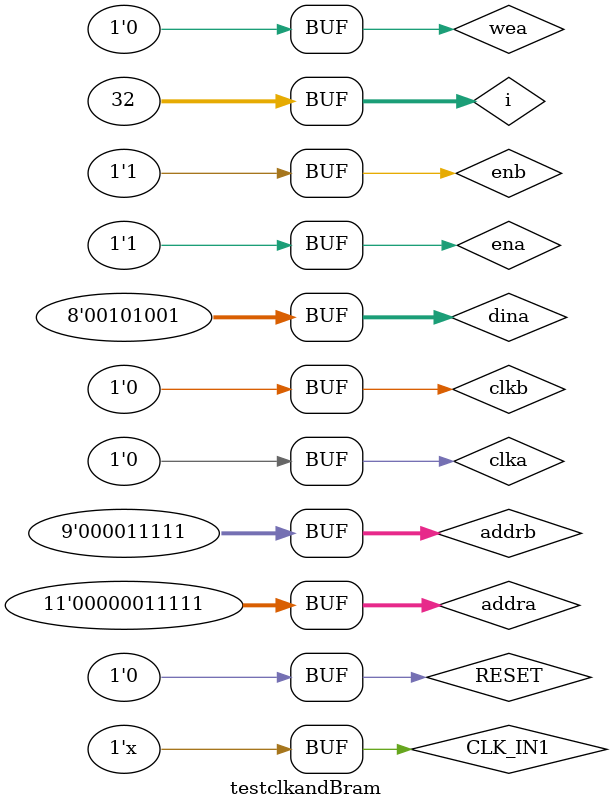
<source format=v>
`timescale 1ns / 1ps


module testclkandBram;// Inputs
	reg clka;
	reg ena;
	reg [0:0] wea;
	reg [10:0] addra;
	reg [7:0] dina;
	reg clkb;
	reg enb;
	reg [8:0] addrb;
	reg CLK_IN1;
	reg RESET;

	// Outputs
	wire CLK_OUT1,S_CLK;
	wire CLK_OUT2;
	wire CLK_OUT3;
	wire LOCKED;
	// Outputs
	wire [31:0] doutb;
   integer i;
	
	// Instantiate the Unit Under Test (UUT)
	
   CMT Clock (
		.CLK_IN1(CLK_IN1), 
		.CLK_OUT1(CLK_OUT1), 
		.CLK_OUT2(CLK_OUT2), 
		.CLK_OUT3(CLK_OUT3), 
		.RESET(RESET), 
		.LOCKED(LOCKED)
	);
	Mux2x1 multiplexor (
    .clkout1(CLK_IN1), 
    .clkout2(CLK_OUT2), 
    .clkout3(CLK_OUT3), 
    .S_CLK(S_CLK)
    );
	 BRAM MM (
		.clka(CLK_OUT1), 
		.ena(ena), 
		.wea(wea), 
		.addra(addra), 
		.dina(dina), 
		.clkb(S_CLK), 
		.enb(enb), 
		.addrb(addrb), 
		.doutb(doutb)
	);


  
	always #5 CLK_IN1 = ~CLK_IN1 ;
	initial begin
		// Initialize Inputs
		// Initialize Inputs
		CLK_IN1 = 0;
		RESET = 0;
		clka = 0;
		ena = 0;
		wea = 0;
		addra = 0;
		dina = 0;
		clkb = 0;
		enb = 0;
		addrb = 0;
      
		// Wait 100 ns for global reset to finish
	//	#320;
    wea=1;ena=1;
       for(i=0; i<32 ; i=i+1)
		begin
		
			addra = i;
			dina = i + 10 ;
			#10;
		end
enb=1;wea=0;
		// Add stimulus here
		 for(i=0; i<32 ; i=i+1)
		begin
		
			addrb = i;
			//dinb=mem[addr];
			#10;
		end


	end
      
endmodule


</source>
